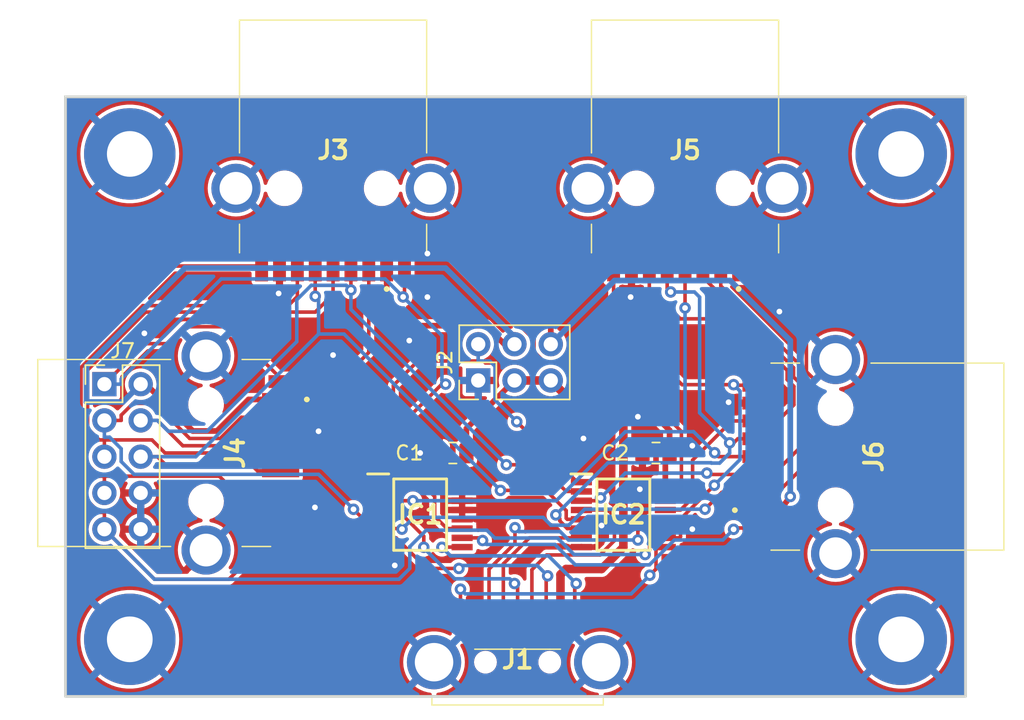
<source format=kicad_pcb>
(kicad_pcb (version 20221018) (generator pcbnew)
  (layers (0 "F.Cu" signal "Front") (31 "B.Cu" signal "Back") (34 "B.Paste" user) (35 "F.Paste" user) (36 "B.SilkS" user "B.Silks") (37 "F.SilkS" user "F.Silks") (38 "B.Mask" user) (39 "F.Mask" user) (44 "Edge.Cuts" user))
  (net 0 "")
  (net 1 "VBUS")
  (net 2 "GND")
  (net 3 "/SEL")
  (net 4 "/S5A")
  (net 5 "/S5B")
  (net 6 "/D5")
  (net 7 "/S6A")
  (net 8 "/S6B")
  (net 9 "/D6")
  (net 10 "/D7")
  (net 11 "/S7B")
  (net 12 "/S7A")
  (net 13 "/S1A")
  (net 14 "/S1B")
  (net 15 "/D1")
  (net 16 "/S2A")
  (net 17 "/S2B")
  (net 18 "/D3")
  (net 19 "/S3B")
  (net 20 "/S3A")
  (net 21 "/D4")
  (net 22 "/S4B")
  (net 23 "/S4A")
  (net 24 "/VBUSA")
  (net 25 "/VBUSB")
  (net 26 "/D2")
  (footprint "Connector_PinHeader_2.54mm:PinHeader_2x03_P2.54mm_Vertical" (layer "F.Cu") (at 199.39 86.868 90)
    (fp_text reference "J2")
    (fp_text value "Conn_02x03_Odd_Even")
  )
  (footprint "Capacitor_SMD:C_0805_2012Metric" (layer "F.Cu") (at 211.836 91.948 180)
    (fp_text reference "C2")
    (fp_text value "C_Polarized")
  )
  (footprint "mouser:692122030100" (layer "F.Cu") (at 213.868 73.406 180)
    (fp_text reference "J5")
    (fp_text value "692122030100" hide)
  )
  (footprint "mouser:692112030100-fixed" (layer "F.Cu") (at 202.148 106.426)
    (fp_text reference "J1")
    (fp_text value "692112030100" hide)
  )
  (footprint "MountingHole:MountingHole_3.2mm_M3_Pad_TopBottom" (layer "F.Cu") (at 175 71)
    (fp_text reference "H1" hide)
    (fp_text value "MountingHole_Pad")
  )
  (footprint "Connector_PinHeader_2.54mm:PinHeader_2x05_P2.54mm_Vertical" (layer "F.Cu") (at 173.223 87.127)
    (fp_text reference "J7")
    (fp_text value "Conn_02x05_Odd_Even")
  )
  (footprint "mouser:SOP65P640X120-16N" (layer "F.Cu") (at 209.55 96.266)
    (fp_text reference "IC2")
    (fp_text value "SN3257QPWRQ1" hide)
  )
  (footprint "mouser:692122030100" (layer "F.Cu") (at 180.34 91.948 -90)
    (fp_text reference "J4")
    (fp_text value "692122030100" hide)
  )
  (footprint "mouser:692122030100" (layer "F.Cu") (at 189.23 73.406 180)
    (fp_text reference "J3")
    (fp_text value "692122030100" hide)
  )
  (footprint "MountingHole:MountingHole_3.2mm_M3_Pad_TopBottom" (layer "F.Cu") (at 229 71)
    (fp_text reference "H4" hide)
    (fp_text value "MountingHole_Pad")
  )
  (footprint "MountingHole:MountingHole_3.2mm_M3_Pad_TopBottom" (layer "F.Cu") (at 175 105)
    (fp_text reference "H2" hide)
    (fp_text value "MountingHole_Pad")
  )
  (footprint "mouser:SOP65P640X120-16N" (layer "F.Cu") (at 195.326 96.266)
    (fp_text reference "IC1")
    (fp_text value "SN3257QPWRQ1" hide)
  )
  (footprint "MountingHole:MountingHole_3.2mm_M3_Pad_TopBottom" (layer "F.Cu") (at 229 105)
    (fp_text reference "H3" hide)
    (fp_text value "MountingHole_Pad")
  )
  (footprint "Capacitor_SMD:C_0805_2012Metric" (layer "F.Cu") (at 197.612 91.948 180)
    (fp_text reference "C1")
    (fp_text value "C_Polarized")
  )
  (footprint "mouser:692122030100" (layer "F.Cu") (at 224.4065 92.202 90)
    (fp_text reference "J6")
    (fp_text value "692122030100" hide)
  )
  (gr_rect (start 170.5 67) (end 233.5 109) (stroke (width 0.2)) (fill none) (layer "Edge.Cuts"))
  (segment (start 198.562 91.948) (end 198.562 90.236) (width 0.4) (layer "F.Cu") (net 1))
  (segment (start 209.55 89.154) (end 208.534 88.138) (width 0.6) (layer "F.Cu") (net 1))
  (segment (start 208.026 100.076) (end 209.55 98.552) (width 0.6) (layer "F.Cu") (net 1))
  (segment (start 212.488 92.246) (end 212.786 91.948) (width 0.4) (layer "F.Cu") (net 1))
  (segment (start 212.488 93.991) (end 212.488 92.246) (width 0.4) (layer "F.Cu") (net 1))
  (segment (start 205.74 88.138) (end 208.534 88.138) (width 0.6) (layer "F.Cu") (net 1))
  (segment (start 198.264 93.991) (end 198.264 92.246) (width 0.4) (layer "F.Cu") (net 1))
  (segment (start 198.562 90.236) (end 201.93 86.868) (width 0.4) (layer "F.Cu") (net 1))
  (segment (start 209.55 98.552) (end 209.55 89.154) (width 0.6) (layer "F.Cu") (net 1))
  (segment (start 205.148 100.4619) (end 205.5339 100.076) (width 0.6) (layer "F.Cu") (net 1))
  (segment (start 205.148 104.151) (end 205.148 100.4619) (width 0.6) (layer "F.Cu") (net 1))
  (segment (start 212.786 91.948) (end 212.786 90.358) (width 0.4) (layer "F.Cu") (net 1))
  (segment (start 204.47 86.868) (end 205.74 88.138) (width 0.6) (layer "F.Cu") (net 1))
  (segment (start 198.264 92.246) (end 198.562 91.948) (width 0.4) (layer "F.Cu") (net 1))
  (segment (start 212.786 90.358) (end 210.566 88.138) (width 0.4) (layer "F.Cu") (net 1))
  (segment (start 204.47 86.868) (end 201.93 86.868) (width 0.6) (layer "F.Cu") (net 1))
  (segment (start 210.566 88.138) (end 208.534 88.138) (width 0.4) (layer "F.Cu") (net 1))
  (segment (start 205.5339 100.076) (end 208.026 100.076) (width 0.6) (layer "F.Cu") (net 1))
  (segment (start 207.7245 98.541) (end 208.026 98.2395) (width 0.4) (layer "F.Cu") (net 2))
  (segment (start 212.488 94.641) (end 212.463 94.616) (width 0.4) (layer "F.Cu") (net 2))
  (segment (start 208.026 98.2395) (end 208.026 97.028) (width 0.4) (layer "F.Cu") (net 2))
  (segment (start 219.1865 88.452) (end 220.0365 88.452) (width 0.4) (layer "F.Cu") (net 2))
  (segment (start 206.612 98.541) (end 207.7245 98.541) (width 0.4) (layer "F.Cu") (net 2))
  (segment (start 206.612 98.541) (end 206.612 98.516) (width 0.4) (layer "F.Cu") (net 2))
  (via (at 210.566 89.408) (size 0.8) (drill 0.4) (layers "F.Cu" "B.Cu") (net 2))
  (via (at 195.834 81.026) (size 0.8) (drill 0.4) (layers "F.Cu" "B.Cu") (net 2))
  (via (at 208.026 97.028) (size 0.8) (drill 0.4) (layers "F.Cu" "B.Cu") (net 2))
  (via (at 193.548 99.822) (size 0.8) (drill 0.4) (layers "F.Cu" "B.Cu") (net 2))
  (via (at 206.756 90.932) (size 0.8) (drill 0.4) (layers "F.Cu" "B.Cu") (net 2))
  (via (at 176.022 83.566) (size 0.8) (drill 0.4) (layers "F.Cu" "B.Cu") (net 2))
  (via (at 214.376 91.44) (size 0.8) (drill 0.4) (layers "F.Cu" "B.Cu") (net 2))
  (via (at 195.326 91.948) (size 0.8) (drill 0.4) (layers "F.Cu" "B.Cu") (net 2))
  (via (at 187.96 95.758) (size 0.8) (drill 0.4) (layers "F.Cu" "B.Cu") (net 2))
  (via (at 185.42 80.772) (size 0.8) (drill 0.4) (layers "F.Cu" "B.Cu") (net 2))
  (via (at 188.214 90.424) (size 0.8) (drill 0.4) (layers "F.Cu" "B.Cu") (net 2))
  (via (at 220.472 82.042) (size 0.8) (drill 0.4) (layers "F.Cu" "B.Cu") (net 2))
  (via (at 214.376 97.282) (size 0.8) (drill 0.4) (layers "F.Cu" "B.Cu") (net 2))
  (via (at 210.058 81.026) (size 0.8) (drill 0.4) (layers "F.Cu" "B.Cu") (net 2))
  (via (at 210.7035 94.488) (size 0.8) (drill 0.4) (layers "F.Cu" "B.Cu") (net 2))
  (via (at 194.564 84.074) (size 0.8) (drill 0.4) (layers "F.Cu" "B.Cu") (net 2))
  (via (at 189.23 85.09) (size 0.8) (drill 0.4) (layers "F.Cu" "B.Cu") (net 2))
  (via (at 195.834 77.978) (size 0.8) (drill 0.4) (layers "F.Cu" "B.Cu") (net 2))
  (via (at 216.916 88.392) (size 0.8) (drill 0.4) (layers "F.Cu" "B.Cu") (net 2))
  (segment (start 199.39 85.5031) (end 195.1669 85.5031) (width 0.25) (layer "F.Cu") (net 3))
  (segment (start 193.4506 93.991) (end 192.388 93.991) (width 0.25) (layer "F.Cu") (net 3))
  (segment (start 206.3219 93.991) (end 206.612 93.991) (width 0.25) (layer "F.Cu") (net 3))
  (segment (start 193.4506 87.2194) (end 193.4506 93.991) (width 0.25) (layer "F.Cu") (net 3))
  (segment (start 199.39 84.328) (end 199.39 85.5031) (width 0.25) (layer "F.Cu") (net 3))
  (segment (start 195.1669 85.5031) (end 193.4506 87.2194) (width 0.25) (layer "F.Cu") (net 3))
  (segment (start 202.08845 89.75755) (end 206.3219 93.991) (width 0.25) (layer "F.Cu") (net 3))
  (via (at 202.08845 89.75755) (size 0.8) (drill 0.4) (layers "F.Cu" "B.Cu") (net 3))
  (segment (start 202.08845 89.75755) (end 200.5651 88.2342) (width 0.25) (layer "B.Cu") (net 3))
  (segment (start 199.39 85.5031) (end 199.39 84.328) (width 0.25) (layer "B.Cu") (net 3))
  (segment (start 200.5651 88.2342) (end 200.5651 85.8703) (width 0.25) (layer "B.Cu") (net 3))
  (segment (start 200.1979 85.5031) (end 199.39 85.5031) (width 0.25) (layer "B.Cu") (net 3))
  (segment (start 200.5651 85.8703) (end 200.1979 85.5031) (width 0.25) (layer "B.Cu") (net 3))
  (segment (start 172.8558 91.0318) (end 173.223 91.0318) (width 0.25) (layer "F.Cu") (net 4))
  (segment (start 172.0478 86.1343) (end 172.0478 90.2238) (width 0.25) (layer "F.Cu") (net 4))
  (segment (start 188.6324 91.948) (end 191.3254 94.641) (width 0.25) (layer "F.Cu") (net 4))
  (segment (start 173.223 92.207) (end 173.223 91.0319) (width 0.25) (layer "F.Cu") (net 4))
  (segment (start 187.9811 82.0783) (end 176.1038 82.0783) (width 0.25) (layer "F.Cu") (net 4))
  (segment (start 189.23 78.851) (end 189.23 80.8294) (width 0.25) (layer "F.Cu") (net 4))
  (segment (start 173.223 91.0319) (end 176.5503 91.0319) (width 0.25) (layer "F.Cu") (net 4))
  (segment (start 192.388 94.641) (end 191.3254 94.641) (width 0.25) (layer "F.Cu") (net 4))
  (segment (start 176.5503 91.0319) (end 177.4664 91.948) (width 0.25) (layer "F.Cu") (net 4))
  (segment (start 172.0478 90.2238) (end 172.8558 91.0318) (width 0.25) (layer "F.Cu") (net 4))
  (segment (start 173.223 91.0318) (end 173.223 91.0319) (width 0.25) (layer "F.Cu") (net 4))
  (segment (start 185.785 91.948) (end 184.3849 91.948) (width 0.25) (layer "F.Cu") (net 4))
  (segment (start 189.23 80.8294) (end 187.9811 82.0783) (width 0.25) (layer "F.Cu") (net 4))
  (segment (start 176.1038 82.0783) (end 172.0478 86.1343) (width 0.25) (layer "F.Cu") (net 4))
  (segment (start 185.785 91.948) (end 188.6324 91.948) (width 0.25) (layer "F.Cu") (net 4))
  (segment (start 177.4664 91.948) (end 184.3849 91.948) (width 0.25) (layer "F.Cu") (net 4))
  (segment (start 194.818 95.291) (end 192.388 95.291) (width 0.25) (layer "F.Cu") (net 5))
  (segment (start 217.5614 92.202) (end 216.2106 92.202) (width 0.25) (layer "F.Cu") (net 5))
  (segment (start 218.9615 92.202) (end 217.5614 92.202) (width 0.25) (layer "F.Cu") (net 5))
  (segment (start 216.2106 92.202) (end 215.9393 91.9307) (width 0.25) (layer "F.Cu") (net 5))
  (segment (start 213.868 81.788) (end 213.868 78.9805) (width 0.25) (layer "F.Cu") (net 5))
  (via (at 213.868 81.788) (size 0.8) (drill 0.4) (layers "F.Cu" "B.Cu") (net 5))
  (via (at 215.9393 91.9307) (size 0.8) (drill 0.4) (layers "F.Cu" "B.Cu") (net 5))
  (via (at 194.818 95.291) (size 0.8) (drill 0.4) (layers "F.Cu" "B.Cu") (net 5))
  (segment (start 204.853 95.291) (end 209.6866 90.4574) (width 0.25) (layer "B.Cu") (net 5))
  (segment (start 194.818 95.291) (end 204.853 95.291) (width 0.25) (layer "B.Cu") (net 5))
  (segment (start 214.466 90.4574) (end 213.868 90.4574) (width 0.25) (layer "B.Cu") (net 5))
  (segment (start 209.6866 90.4574) (end 213.868 90.4574) (width 0.25) (layer "B.Cu") (net 5))
  (segment (start 215.9393 91.9307) (end 214.466 90.4574) (width 0.25) (layer "B.Cu") (net 5))
  (segment (start 213.868 90.4574) (end 213.868 81.788) (width 0.25) (layer "B.Cu") (net 5))
  (segment (start 195.58 97.780695) (end 195.58 98.552) (width 0.25) (layer "F.Cu") (net 6))
  (segment (start 193.740305 95.941) (end 195.58 97.780695) (width 0.25) (layer "F.Cu") (net 6))
  (segment (start 192.388 95.941) (end 193.740305 95.941) (width 0.25) (layer "F.Cu") (net 6))
  (segment (start 202.148 104.151) (end 202.148 101.31) (width 0.25) (layer "F.Cu") (net 6))
  (segment (start 202.148 101.31) (end 201.93 101.092) (width 0.25) (layer "F.Cu") (net 6))
  (via (at 201.93 101.092) (size 0.8) (drill 0.4) (layers "F.Cu" "B.Cu") (net 6))
  (via (at 195.58 98.552) (size 0.8) (drill 0.4) (layers "F.Cu" "B.Cu") (net 6))
  (segment (start 195.58 98.602585) (end 197.737757 100.760342) (width 0.25) (layer "B.Cu") (net 6))
  (segment (start 201.598342 100.760342) (end 201.93 101.092) (width 0.25) (layer "B.Cu") (net 6))
  (segment (start 197.737757 100.760342) (end 201.598342 100.760342) (width 0.25) (layer "B.Cu") (net 6))
  (segment (start 195.58 98.552) (end 195.58 98.602585) (width 0.25) (layer "B.Cu") (net 6))
  (segment (start 174.3981 89.2998) (end 175.2251 88.4728) (width 0.25) (layer "F.Cu") (net 7))
  (segment (start 179.1953 90.932) (end 181.3213 90.932) (width 0.25) (layer "F.Cu") (net 7))
  (segment (start 182.8053 89.448) (end 185.785 89.448) (width 0.25) (layer "F.Cu") (net 7))
  (segment (start 187.1851 89.448) (end 191.73 84.9031) (width 0.25) (layer "F.Cu") (net 7))
  (segment (start 174.3981 89.667) (end 174.3981 89.2998) (width 0.25) (layer "F.Cu") (net 7))
  (segment (start 175.2251 88.4728) (end 176.7361 88.4728) (width 0.25) (layer "F.Cu") (net 7))
  (segment (start 173.223 89.667) (end 174.3981 89.667) (width 0.25) (layer "F.Cu") (net 7))
  (segment (start 191.3254 96.5566) (end 191.3254 96.591) (width 0.25) (layer "F.Cu") (net 7))
  (segment (start 191.73 84.9031) (end 191.73 78.851) (width 0.25) (layer "F.Cu") (net 7))
  (segment (start 190.6598 95.891) (end 191.3254 96.5566) (width 0.25) (layer "F.Cu") (net 7))
  (segment (start 185.785 89.448) (end 187.1851 89.448) (width 0.25) (layer "F.Cu") (net 7))
  (segment (start 176.7361 88.4728) (end 179.1953 90.932) (width 0.25) (layer "F.Cu") (net 7))
  (segment (start 192.388 96.591) (end 191.3254 96.591) (width 0.25) (layer "F.Cu") (net 7))
  (segment (start 181.3213 90.932) (end 182.8053 89.448) (width 0.25) (layer "F.Cu") (net 7))
  (via (at 190.6598 95.891) (size 0.8) (drill 0.4) (layers "F.Cu" "B.Cu") (net 7))
  (segment (start 175.2993 93.4442) (end 188.213 93.4442) (width 0.25) (layer "B.Cu") (net 7))
  (segment (start 173.223 90.8421) (end 173.5903 90.8421) (width 0.25) (layer "B.Cu") (net 7))
  (segment (start 174.3981 92.543) (end 175.2993 93.4442) (width 0.25) (layer "B.Cu") (net 7))
  (segment (start 173.223 89.667) (end 173.223 90.8421) (width 0.25) (layer "B.Cu") (net 7))
  (segment (start 174.3981 91.6499) (end 174.3981 92.543) (width 0.25) (layer "B.Cu") (net 7))
  (segment (start 173.5903 90.8421) (end 174.3981 91.6499) (width 0.25) (layer "B.Cu") (net 7))
  (segment (start 188.213 93.4442) (end 190.6598 95.891) (width 0.25) (layer "B.Cu") (net 7))
  (segment (start 218.9615 94.702) (end 216.448 94.702) (width 0.25) (layer "F.Cu") (net 8))
  (segment (start 222.387002 92.676598) (end 222.387002 86.908845) (width 0.25) (layer "F.Cu") (net 8))
  (segment (start 221.912999 86.434842) (end 221.912999 85.787863) (width 0.25) (layer "F.Cu") (net 8))
  (segment (start 192.388 97.241) (end 193.761 97.241) (width 0.25) (layer "F.Cu") (net 8))
  (segment (start 216.368 80.242864) (end 216.368 78.9805) (width 0.25) (layer "F.Cu") (net 8))
  (segment (start 216.448 94.702) (end 215.265 95.885) (width 0.25) (layer "F.Cu") (net 8))
  (segment (start 222.387002 86.908845) (end 221.912999 86.434842) (width 0.25) (layer "F.Cu") (net 8))
  (segment (start 220.3616 94.702) (end 222.387002 92.676598) (width 0.25) (layer "F.Cu") (net 8))
  (segment (start 218.9615 94.702) (end 220.3616 94.702) (width 0.25) (layer "F.Cu") (net 8))
  (segment (start 221.912999 85.787863) (end 216.368 80.242864) (width 0.25) (layer "F.Cu") (net 8))
  (via (at 215.265 95.885) (size 0.8) (drill 0.4) (layers "F.Cu" "B.Cu") (net 8))
  (via (at 194.056 97.282) (size 0.8) (drill 0.4) (layers "F.Cu" "B.Cu") (net 8))
  (segment (start 205.723584 97.005996) (end 206.84458 95.885) (width 0.25) (layer "B.Cu") (net 8))
  (segment (start 204.478342 97.005996) (end 205.723584 97.005996) (width 0.25) (layer "B.Cu") (net 8))
  (segment (start 206.84458 95.885) (end 215.265 95.885) (width 0.25) (layer "B.Cu") (net 8))
  (segment (start 203.928344 96.455998) (end 204.478342 97.005996) (width 0.25) (layer "B.Cu") (net 8))
  (segment (start 194.882002 96.455998) (end 203.928344 96.455998) (width 0.25) (layer "B.Cu") (net 8))
  (segment (start 194.056 97.282) (end 194.882002 96.455998) (width 0.25) (layer "B.Cu") (net 8))
  (segment (start 192.388 97.891) (end 193.639695 97.891) (width 0.25) (layer "F.Cu") (net 9))
  (segment (start 204.148 100.653609) (end 204.2485 100.553109) (width 0.25) (layer "F.Cu") (net 9))
  (segment (start 204.148 104.151) (end 204.148 100.653609) (width 0.25) (layer "F.Cu") (net 9))
  (segment (start 193.639695 97.891) (end 195.784537 100.035842) (width 0.25) (layer "F.Cu") (net 9))
  (segment (start 195.784537 100.035842) (end 198.037855 100.035842) (width 0.25) (layer "F.Cu") (net 9))
  (via (at 204.2485 100.553109) (size 0.8) (drill 0.4) (layers "F.Cu" "B.Cu") (net 9))
  (via (at 198.037855 100.035842) (size 0.8) (drill 0.4) (layers "F.Cu" "B.Cu") (net 9))
  (segment (start 203.523105 99.827714) (end 204.2485 100.553109) (width 0.25) (layer "B.Cu") (net 9))
  (segment (start 198.245983 99.827714) (end 203.523105 99.827714) (width 0.25) (layer "B.Cu") (net 9))
  (segment (start 198.037855 100.035842) (end 198.245983 99.827714) (width 0.25) (layer "B.Cu") (net 9))
  (segment (start 206.148 101.192) (end 206.248 101.092) (width 0.254) (layer "F.Cu") (net 10))
  (segment (start 196.861 98.541) (end 196.85 98.552) (width 0.254) (layer "F.Cu") (net 10))
  (segment (start 198.264 98.541) (end 196.861 98.541) (width 0.254) (layer "F.Cu") (net 10))
  (segment (start 206.148 104.151) (end 206.148 101.192) (width 0.254) (layer "F.Cu") (net 10))
  (via (at 206.248 101.092) (size 0.8) (drill 0.4) (layers "F.Cu" "B.Cu") (net 10))
  (via (at 196.85 98.552) (size 0.8) (drill 0.4) (layers "F.Cu" "B.Cu") (net 10))
  (segment (start 197.451013 99.153013) (end 204.309013 99.153013) (width 0.254) (layer "B.Cu") (net 10))
  (segment (start 196.85 98.552) (end 197.451013 99.153013) (width 0.254) (layer "B.Cu") (net 10))
  (segment (start 204.309013 99.153013) (end 206.248 101.092) (width 0.254) (layer "B.Cu") (net 10))
  (segment (start 218.9615 97.202) (end 220.3616 97.202) (width 0.25) (layer "F.Cu") (net 11))
  (segment (start 220.3616 97.202) (end 222.836503 94.727097) (width 0.25) (layer "F.Cu") (net 11))
  (segment (start 222.836503 94.727097) (end 222.836503 86.722656) (width 0.25) (layer "F.Cu") (net 11))
  (segment (start 199.507305 97.891) (end 199.695803 98.079498) (width 0.25) (layer "F.Cu") (net 11))
  (segment (start 222.3625 82.475) (end 218.868 78.9805) (width 0.25) (layer "F.Cu") (net 11))
  (segment (start 217.3575 97.202) (end 218.9615 97.202) (width 0.25) (layer "F.Cu") (net 11))
  (segment (start 217.2659 97.2936) (end 217.3575 97.202) (width 0.25) (layer "F.Cu") (net 11))
  (segment (start 222.3625 86.248653) (end 222.3625 82.475) (width 0.25) (layer "F.Cu") (net 11))
  (segment (start 222.836503 86.722656) (end 222.3625 86.248653) (width 0.25) (layer "F.Cu") (net 11))
  (segment (start 198.264 97.891) (end 199.507305 97.891) (width 0.25) (layer "F.Cu") (net 11))
  (via (at 199.695803 98.079498) (size 0.8) (drill 0.4) (layers "F.Cu" "B.Cu") (net 11))
  (via (at 217.2659 97.2936) (size 0.8) (drill 0.4) (layers "F.Cu" "B.Cu") (net 11))
  (segment (start 213.114598 98.044) (end 211.374098 99.7845) (width 0.25) (layer "B.Cu") (net 11))
  (segment (start 204.757424 98.354499) (end 199.970804 98.354499) (width 0.25) (layer "B.Cu") (net 11))
  (segment (start 216.5155 98.044) (end 213.114598 98.044) (width 0.25) (layer "B.Cu") (net 11))
  (segment (start 199.970804 98.354499) (end 199.695803 98.079498) (width 0.25) (layer "B.Cu") (net 11))
  (segment (start 211.374098 99.7845) (end 206.187425 99.7845) (width 0.25) (layer "B.Cu") (net 11))
  (segment (start 206.187425 99.7845) (end 204.757424 98.354499) (width 0.25) (layer "B.Cu") (net 11))
  (segment (start 217.2659 97.2936) (end 216.5155 98.044) (width 0.25) (layer "B.Cu") (net 11))
  (segment (start 178.77 83.104) (end 177.583 84.291) (width 0.25) (layer "F.Cu") (net 12))
  (segment (start 185.785 86.948) (end 181.941 83.104) (width 0.25) (layer "F.Cu") (net 12))
  (segment (start 197.2014 97.241) (end 198.264 97.241) (width 0.25) (layer "F.Cu") (net 12))
  (segment (start 177.583 84.291) (end 176.059 84.291) (width 0.25) (layer "F.Cu") (net 12))
  (segment (start 181.941 83.104) (end 178.77 83.104) (width 0.25) (layer "F.Cu") (net 12))
  (segment (start 196.845701 87.126299) (end 194.601 89.371) (width 0.25) (layer "F.Cu") (net 12))
  (segment (start 194.1334 81.0164) (end 194.23 80.9198) (width 0.25) (layer "F.Cu") (net 12))
  (segment (start 176.059 84.291) (end 173.223 87.127) (width 0.25) (layer "F.Cu") (net 12))
  (segment (start 196.342 96.3816) (end 197.2014 97.241) (width 0.25) (layer "F.Cu") (net 12))
  (segment (start 197.108299 87.126299) (end 196.845701 87.126299) (width 0.25) (layer "F.Cu") (net 12))
  (segment (start 194.23 80.9198) (end 194.23 78.851) (width 0.25) (layer "F.Cu") (net 12))
  (segment (start 196.342 94.996) (end 196.342 96.3816) (width 0.25) (layer "F.Cu") (net 12))
  (segment (start 194.601 89.371) (end 194.601 93.255) (width 0.25) (layer "F.Cu") (net 12))
  (segment (start 194.601 93.255) (end 196.342 94.996) (width 0.25) (layer "F.Cu") (net 12))
  (via (at 194.1334 81.0164) (size 0.8) (drill 0.4) (layers "F.Cu" "B.Cu") (net 12))
  (via (at 197.108299 87.126299) (size 0.8) (drill 0.4) (layers "F.Cu" "B.Cu") (net 12))
  (segment (start 181.4029 79.755) (end 174.3981 86.7598) (width 0.25) (layer "B.Cu") (net 12))
  (segment (start 197.108299 87.126299) (end 196.85 86.868) (width 0.25) (layer "B.Cu") (net 12))
  (segment (start 196.85 83.733) (end 194.1334 81.0164) (width 0.25) (layer "B.Cu") (net 12))
  (segment (start 173.223 87.127) (end 174.3981 87.127) (width 0.25) (layer "B.Cu") (net 12))
  (segment (start 194.1334 81.0164) (end 192.872 79.755) (width 0.25) (layer "B.Cu") (net 12))
  (segment (start 174.3981 86.7598) (end 174.3981 87.127) (width 0.25) (layer "B.Cu") (net 12))
  (segment (start 192.872 79.755) (end 181.4029 79.755) (width 0.25) (layer "B.Cu") (net 12))
  (segment (start 196.85 86.868) (end 196.85 83.733) (width 0.25) (layer "B.Cu") (net 12))
  (segment (start 190.48 80.5322) (end 190.48 78.626) (width 0.25) (layer "F.Cu") (net 13))
  (segment (start 175.763 89.667) (end 176.9381 89.667) (width 0.25) (layer "F.Cu") (net 13))
  (segment (start 201.36025 92.77175) (end 203.68015 92.77175) (width 0.25) (layer "F.Cu") (net 13))
  (segment (start 205.5494 94.641) (end 206.612 94.641) (width 0.25) (layer "F.Cu") (net 13))
  (segment (start 183.9349 90.698) (end 185.56 90.698) (width 0.25) (layer "F.Cu") (net 13))
  (segment (start 203.68015 92.77175) (end 205.5494 94.641) (width 0.25) (layer "F.Cu") (net 13))
  (segment (start 176.9381 89.667) (end 178.7111 91.44) (width 0.25) (layer "F.Cu") (net 13))
  (segment (start 178.7111 91.44) (end 183.1929 91.44) (width 0.25) (layer "F.Cu") (net 13))
  (segment (start 183.1929 91.44) (end 183.9349 90.698) (width 0.25) (layer "F.Cu") (net 13))
  (via (at 201.36025 92.77175) (size 0.8) (drill 0.4) (layers "F.Cu" "B.Cu") (net 13))
  (via (at 190.48 80.5322) (size 0.8) (drill 0.4) (layers "F.Cu" "B.Cu") (net 13))
  (segment (start 186.6872 81.2201) (end 187.7022 80.2051) (width 0.25) (layer "B.Cu") (net 13))
  (segment (start 186.6872 81.716) (end 186.6872 81.2201) (width 0.25) (layer "B.Cu") (net 13))
  (segment (start 177.6951 90.424) (end 180.408544 90.424) (width 0.25) (layer "B.Cu") (net 13))
  (segment (start 186.69 81.7188) (end 186.6872 81.716) (width 0.25) (layer "B.Cu") (net 13))
  (segment (start 176.9381 89.667) (end 177.6951 90.424) (width 0.25) (layer "B.Cu") (net 13))
  (segment (start 201.36025 92.77175) (end 190.48 81.8915) (width 0.25) (layer "B.Cu") (net 13))
  (segment (start 175.763 89.667) (end 176.9381 89.667) (width 0.25) (layer "B.Cu") (net 13))
  (segment (start 187.7022 80.2051) (end 190.1529 80.2051) (width 0.25) (layer "B.Cu") (net 13))
  (segment (start 190.48 81.8915) (end 190.48 80.5322) (width 0.25) (layer "B.Cu") (net 13))
  (segment (start 180.408544 90.424) (end 186.69 84.142544) (width 0.25) (layer "B.Cu") (net 13))
  (segment (start 186.69 84.142544) (end 186.69 81.7188) (width 0.25) (layer "B.Cu") (net 13))
  (segment (start 190.1529 80.2051) (end 190.48 80.5322) (width 0.25) (layer "B.Cu") (net 13))
  (segment (start 206.612 95.291) (end 207.7539 95.291) (width 0.25) (layer "F.Cu") (net 14))
  (segment (start 221.937501 87.095034) (end 221.937501 91.550999) (width 0.25) (layer "F.Cu") (net 14))
  (segment (start 220.0365 93.452) (end 219.1865 93.452) (width 0.25) (layer "F.Cu") (net 14))
  (segment (start 221.463498 85.974052) (end 221.463498 86.621031) (width 0.25) (layer "F.Cu") (net 14))
  (segment (start 215.118 78.7555) (end 215.118 79.628554) (width 0.25) (layer "F.Cu") (net 14))
  (segment (start 219.1865 93.452) (end 215.488302 93.452) (width 0.25) (layer "F.Cu") (net 14))
  (segment (start 221.937501 91.550999) (end 220.0365 93.452) (width 0.25) (layer "F.Cu") (net 14))
  (segment (start 215.488302 93.452) (end 215.392948 93.356646) (width 0.25) (layer "F.Cu") (net 14))
  (segment (start 207.7539 95.291) (end 207.9547 95.0902) (width 0.25) (layer "F.Cu") (net 14))
  (segment (start 221.463498 86.621031) (end 221.937501 87.095034) (width 0.25) (layer "F.Cu") (net 14))
  (segment (start 215.118 79.628554) (end 221.463498 85.974052) (width 0.25) (layer "F.Cu") (net 14))
  (via (at 207.9547 95.0902) (size 0.8) (drill 0.4) (layers "F.Cu" "B.Cu") (net 14))
  (via (at 215.392948 93.356646) (size 0.8) (drill 0.4) (layers "F.Cu" "B.Cu") (net 14))
  (segment (start 207.9547 95.0902) (end 209.688254 93.356646) (width 0.25) (layer "B.Cu") (net 14))
  (segment (start 209.688254 93.356646) (end 215.392948 93.356646) (width 0.25) (layer "B.Cu") (net 14))
  (segment (start 203.148 100.128) (end 204.1851 99.0909) (width 0.25) (layer "F.Cu") (net 15))
  (segment (start 208.925499 96.403499) (end 208.463 95.941) (width 0.25) (layer "F.Cu") (net 15))
  (segment (start 208.925499 98.081757) (end 208.925499 96.403499) (width 0.25) (layer "F.Cu") (net 15))
  (segment (start 203.148 104.151) (end 203.148 100.128) (width 0.25) (layer "F.Cu") (net 15))
  (segment (start 207.916356 99.0909) (end 208.925499 98.081757) (width 0.25) (layer "F.Cu") (net 15))
  (segment (start 208.463 95.941) (end 206.612 95.941) (width 0.25) (layer "F.Cu") (net 15))
  (segment (start 204.1851 99.0909) (end 207.916356 99.0909) (width 0.25) (layer "F.Cu") (net 15))
  (segment (start 204.134602 94.5665) (end 200.947546 94.5665) (width 0.25) (layer "F.Cu") (net 16))
  (segment (start 205.6245 96.591) (end 205.5495 96.516) (width 0.25) (layer "F.Cu") (net 16))
  (segment (start 175.763 92.207) (end 176.9381 92.207) (width 0.25) (layer "F.Cu") (net 16))
  (segment (start 205.5495 95.981398) (end 204.134602 94.5665) (width 0.25) (layer "F.Cu") (net 16))
  (segment (start 206.612 96.591) (end 205.6245 96.591) (width 0.25) (layer "F.Cu") (net 16))
  (segment (start 185.56 93.198) (end 183.9349 93.198) (width 0.25) (layer "F.Cu") (net 16))
  (segment (start 177.4543 92.7232) (end 183.4601 92.7232) (width 0.25) (layer "F.Cu") (net 16))
  (segment (start 205.5495 96.516) (end 205.5495 95.981398) (width 0.25) (layer "F.Cu") (net 16))
  (segment (start 183.4601 92.7232) (end 183.9349 93.198) (width 0.25) (layer "F.Cu") (net 16))
  (segment (start 176.9381 92.207) (end 177.4543 92.7232) (width 0.25) (layer "F.Cu") (net 16))
  (segment (start 187.98 78.626) (end 187.98 80.971) (width 0.25) (layer "F.Cu") (net 16))
  (via (at 200.947546 94.5665) (size 0.8) (drill 0.4) (layers "F.Cu" "B.Cu") (net 16))
  (via (at 187.98 80.971) (size 0.8) (drill 0.4) (layers "F.Cu" "B.Cu") (net 16))
  (segment (start 175.763 92.207) (end 179.6224 92.207) (width 0.25) (layer "B.Cu") (net 16))
  (segment (start 188.2154 83.614) (end 188.2154 81.2064) (width 0.25) (layer "B.Cu") (net 16))
  (segment (start 188.2154 81.2064) (end 187.98 80.971) (width 0.25) (layer "B.Cu") (net 16))
  (segment (start 189.995046 83.614) (end 200.947546 94.5665) (width 0.25) (layer "B.Cu") (net 16))
  (segment (start 179.6224 92.207) (end 188.2154 83.614) (width 0.25) (layer "B.Cu") (net 16))
  (segment (start 188.2154 83.614) (end 189.995046 83.614) (width 0.25) (layer "B.Cu") (net 16))
  (segment (start 206.612 97.241) (end 205.6245 97.241) (width 0.25) (layer "F.Cu") (net 17))
  (segment (start 205.6245 97.241) (end 205.438311 97.054811) (width 0.25) (layer "F.Cu") (net 17))
  (segment (start 217.2785 91.2349) (end 217.5614 90.952) (width 0.25) (layer "F.Cu") (net 17))
  (segment (start 216.9887 91.2349) (end 217.2785 91.2349) (width 0.25) (layer "F.Cu") (net 17))
  (segment (start 219.1865 90.952) (end 217.5614 90.952) (width 0.25) (layer "F.Cu") (net 17))
  (segment (start 205.438311 97.040501) (end 205.115542 96.717732) (width 0.25) (layer "F.Cu") (net 17))
  (segment (start 205.099999 96.677189) (end 205.099999 96.556495) (width 0.25) (layer "F.Cu") (net 17))
  (segment (start 205.115542 96.717732) (end 205.115542 96.692732) (width 0.25) (layer "F.Cu") (net 17))
  (segment (start 212.618 78.7555) (end 212.618 80.4249) (width 0.25) (layer "F.Cu") (net 17))
  (segment (start 212.618 80.4249) (end 212.8614 80.6683) (width 0.25) (layer "F.Cu") (net 17))
  (segment (start 205.099999 96.556495) (end 204.825 96.281496) (width 0.25) (layer "F.Cu") (net 17))
  (segment (start 205.115542 96.692732) (end 205.099999 96.677189) (width 0.25) (layer "F.Cu") (net 17))
  (segment (start 205.438311 97.054811) (end 205.438311 97.040501) (width 0.25) (layer "F.Cu") (net 17))
  (via (at 204.825 96.281496) (size 0.8) (drill 0.4) (layers "F.Cu" "B.Cu") (net 17))
  (via (at 216.9887 91.2349) (size 0.8) (drill 0.4) (layers "F.Cu" "B.Cu") (net 17))
  (via (at 212.8614 80.6683) (size 0.8) (drill 0.4) (layers "F.Cu" "B.Cu") (net 17))
  (segment (start 214.8882 81.0302) (end 214.5263 80.6683) (width 0.25) (layer "B.Cu") (net 17))
  (segment (start 214.8882 89.1344) (end 214.8882 81.0302) (width 0.25) (layer "B.Cu") (net 17))
  (segment (start 216.9887 91.2349) (end 214.8882 89.1344) (width 0.25) (layer "B.Cu") (net 17))
  (segment (start 216.2871 92.656) (end 215.7169 92.656) (width 0.25) (layer "B.Cu") (net 17))
  (segment (start 208.47435 92.632146) (end 204.825 96.281496) (width 0.25) (layer "B.Cu") (net 17))
  (segment (start 216.9887 91.9544) (end 216.2871 92.656) (width 0.25) (layer "B.Cu") (net 17))
  (segment (start 214.5263 80.6683) (end 212.8614 80.6683) (width 0.25) (layer "B.Cu") (net 17))
  (segment (start 216.9887 91.2349) (end 216.9887 91.9544) (width 0.25) (layer "B.Cu") (net 17))
  (segment (start 215.7169 92.656) (end 215.693046 92.632146) (width 0.25) (layer "B.Cu") (net 17))
  (segment (start 215.693046 92.632146) (end 208.47435 92.632146) (width 0.25) (layer "B.Cu") (net 17))
  (segment (start 211.836 100.074408) (end 211.401943 100.508465) (width 0.25) (layer "F.Cu") (net 18))
  (segment (start 211.836 98.552) (end 211.836 100.074408) (width 0.25) (layer "F.Cu") (net 18))
  (segment (start 198.148 104.151) (end 198.148 101.484842) (width 0.25) (layer "F.Cu") (net 18))
  (via (at 198.148 101.484842) (size 0.8) (drill 0.4) (layers "F.Cu" "B.Cu") (net 18))
  (via (at 211.401943 100.508465) (size 0.8) (drill 0.4) (layers "F.Cu" "B.Cu") (net 18))
  (segment (start 198.148 101.484842) (end 198.479658 101.8165) (width 0.25) (layer "B.Cu") (net 18))
  (segment (start 210.093908 101.8165) (end 211.401943 100.508465) (width 0.25) (layer "B.Cu") (net 18))
  (segment (start 198.479658 101.8165) (end 210.093908 101.8165) (width 0.25) (layer "B.Cu") (net 18))
  (segment (start 217.5226 87.1632) (end 217.5614 87.202) (width 0.25) (layer "F.Cu") (net 19))
  (segment (start 213.5506 96.574802) (end 215.918707 94.206695) (width 0.25) (layer "F.Cu") (net 19))
  (segment (start 208.868 78.9805) (end 208.868 82.376) (width 0.25) (layer "F.Cu") (net 19))
  (segment (start 217.2673 87.1632) (end 217.5226 87.1632) (width 0.25) (layer "F.Cu") (net 19))
  (segment (start 213.5506 97.8159) (end 213.5506 96.574802) (width 0.25) (layer "F.Cu") (net 19))
  (segment (start 208.868 82.376) (end 213.6552 87.1632) (width 0.25) (layer "F.Cu") (net 19))
  (segment (start 218.9615 87.202) (end 217.5614 87.202) (width 0.25) (layer "F.Cu") (net 19))
  (segment (start 213.4755 97.891) (end 213.5506 97.8159) (width 0.25) (layer "F.Cu") (net 19))
  (segment (start 212.488 97.891) (end 213.4755 97.891) (width 0.25) (layer "F.Cu") (net 19))
  (segment (start 213.6552 87.1632) (end 217.2673 87.1632) (width 0.25) (layer "F.Cu") (net 19))
  (via (at 215.918707 94.206695) (size 0.8) (drill 0.4) (layers "F.Cu" "B.Cu") (net 19))
  (via (at 217.2673 87.1632) (size 0.8) (drill 0.4) (layers "F.Cu" "B.Cu") (net 19))
  (segment (start 217.2673 87.1632) (end 217.7139 87.6098) (width 0.25) (layer "B.Cu") (net 19))
  (segment (start 217.7139 87.6098) (end 217.7139 92.411502) (width 0.25) (layer "B.Cu") (net 19))
  (segment (start 217.7139 92.411502) (end 215.918707 94.206695) (width 0.25) (layer "B.Cu") (net 19))
  (segment (start 171.1159 85.6904) (end 171.1159 94.3631) (width 0.25) (layer "F.Cu") (net 20))
  (segment (start 171.1159 94.3631) (end 172.8646 96.1118) (width 0.25) (layer "F.Cu") (net 20))
  (segment (start 211.386499 97.355001) (end 211.386499 98.747501) (width 0.25) (layer "F.Cu") (net 20))
  (segment (start 181.941 100.792) (end 185.785 96.948) (width 0.25) (layer "F.Cu") (net 20))
  (segment (start 211.386499 98.747501) (end 211.074 99.06) (width 0.25) (layer "F.Cu") (net 20))
  (segment (start 211.5005 97.241) (end 211.386499 97.355001) (width 0.25) (layer "F.Cu") (net 20))
  (segment (start 184.23 78.851) (end 177.9553 78.851) (width 0.25) (layer "F.Cu") (net 20))
  (segment (start 176.728 100.792) (end 181.941 100.792) (width 0.25) (layer "F.Cu") (net 20))
  (segment (start 177.9553 78.851) (end 171.1159 85.6904) (width 0.25) (layer "F.Cu") (net 20))
  (segment (start 212.488 97.241) (end 211.5005 97.241) (width 0.25) (layer "F.Cu") (net 20))
  (segment (start 173.223 97.287) (end 176.728 100.792) (width 0.25) (layer "F.Cu") (net 20))
  (segment (start 172.8646 96.1118) (end 173.223 96.1118) (width 0.25) (layer "F.Cu") (net 20))
  (segment (start 173.223 96.1118) (end 173.223 96.1119) (width 0.25) (layer "F.Cu") (net 20))
  (segment (start 173.223 97.287) (end 173.223 96.1119) (width 0.25) (layer "F.Cu") (net 20))
  (via (at 211.074 99.06) (size 0.8) (drill 0.4) (layers "F.Cu" "B.Cu") (net 20))
  (segment (start 204.943613 97.904998) (end 206.098615 99.06) (width 0.25) (layer "B.Cu") (net 20))
  (segment (start 194.6015 98.505902) (end 195.752404 97.354998) (width 0.25) (layer "B.Cu") (net 20))
  (segment (start 200.545899 97.904998) (end 204.943613 97.904998) (width 0.25) (layer "B.Cu") (net 20))
  (segment (start 194.6015 100.029902) (end 194.6015 98.505902) (width 0.25) (layer "B.Cu") (net 20))
  (segment (start 173.223 97.287) (end 176.7281 100.7921) (width 0.25) (layer "B.Cu") (net 20))
  (segment (start 199.995901 97.354998) (end 200.545899 97.904998) (width 0.25) (layer "B.Cu") (net 20))
  (segment (start 195.752404 97.354998) (end 199.995901 97.354998) (width 0.25) (layer "B.Cu") (net 20))
  (segment (start 193.839302 100.7921) (end 194.6015 100.029902) (width 0.25) (layer "B.Cu") (net 20))
  (segment (start 206.098615 99.06) (end 211.074 99.06) (width 0.25) (layer "B.Cu") (net 20))
  (segment (start 176.7281 100.7921) (end 193.839302 100.7921) (width 0.25) (layer "B.Cu") (net 20))
  (segment (start 200.148 104.151) (end 200.148 100.08) (width 0.25) (layer "F.Cu") (net 21))
  (segment (start 201.963123 98.264877) (end 201.963123 97.180498) (width 0.25) (layer "F.Cu") (net 21))
  (segment (start 211.375705 96.591) (end 210.566 97.400705) (width 0.25) (layer "F.Cu") (net 21))
  (segment (start 212.488 96.591) (end 211.375705 96.591) (width 0.25) (layer "F.Cu") (net 21))
  (segment (start 210.566 97.400705) (end 210.566 98.044) (width 0.25) (layer "F.Cu") (net 21))
  (segment (start 200.148 100.08) (end 201.963123 98.264877) (width 0.25) (layer "F.Cu") (net 21))
  (via (at 210.566 98.044) (size 0.8) (drill 0.4) (layers "F.Cu" "B.Cu") (net 21))
  (via (at 201.963123 97.180498) (size 0.8) (drill 0.4) (layers "F.Cu" "B.Cu") (net 21))
  (segment (start 205.129802 97.455497) (end 205.718305 98.044) (width 0.25) (layer "B.Cu") (net 21))
  (segment (start 201.963123 97.180498) (end 202.238122 97.455497) (width 0.25) (layer "B.Cu") (net 21))
  (segment (start 205.718305 98.044) (end 210.566 98.044) (width 0.25) (layer "B.Cu") (net 21))
  (segment (start 202.238122 97.455497) (end 205.129802 97.455497) (width 0.25) (layer "B.Cu") (net 21))
  (segment (start 213.548712 95.941) (end 214.397713 95.091999) (width 0.25) (layer "F.Cu") (net 22))
  (segment (start 221.013997 86.160241) (end 217.403756 82.55) (width 0.25) (layer "F.Cu") (net 22))
  (segment (start 212.488 95.941) (end 213.548712 95.941) (width 0.25) (layer "F.Cu") (net 22))
  (segment (start 221.488 88.5756) (end 221.488 87.281223) (width 0.25) (layer "F.Cu") (net 22))
  (segment (start 221.488 87.281223) (end 221.013997 86.80722) (width 0.25) (layer "F.Cu") (net 22))
  (segment (start 218.9615 89.702) (end 220.3616 89.702) (width 0.25) (layer "F.Cu") (net 22))
  (segment (start 211.368 80.3806) (end 211.368 78.9805) (width 0.25) (layer "F.Cu") (net 22))
  (segment (start 217.403756 82.55) (end 213.5374 82.55) (width 0.25) (layer "F.Cu") (net 22))
  (segment (start 220.3616 89.702) (end 221.488 88.5756) (width 0.25) (layer "F.Cu") (net 22))
  (segment (start 213.5374 82.55) (end 211.368 80.3806) (width 0.25) (layer "F.Cu") (net 22))
  (segment (start 221.013997 86.80722) (end 221.013997 86.160241) (width 0.25) (layer "F.Cu") (net 22))
  (segment (start 214.397713 95.091999) (end 214.397713 92.446887) (width 0.25) (layer "F.Cu") (net 22))
  (segment (start 217.1426 89.702) (end 218.9615 89.702) (width 0.25) (layer "F.Cu") (net 22))
  (segment (start 214.397713 92.446887) (end 217.1426 89.702) (width 0.25) (layer "F.Cu") (net 22))
  (segment (start 213.6134 90.443644) (end 208.767756 85.598) (width 0.25) (layer "F.Cu") (net 23))
  (segment (start 203.2948 84.0091) (end 196.2819 76.9962) (width 0.25) (layer "F.Cu") (net 23))
  (segment (start 204.0391 85.598) (end 203.2948 84.8537) (width 0.25) (layer "F.Cu") (net 23))
  (segment (start 181.2639 93.5719) (end 182.14 94.448) (width 0.25) (layer "F.Cu") (net 23))
  (segment (start 212.488 95.291) (end 213.5506 95.291) (width 0.25) (layer "F.Cu") (net 23))
  (segment (start 171.5884 85.9515) (end 175.9116 81.6283) (width 0.25) (layer "F.Cu") (net 23))
  (segment (start 203.2948 84.8537) (end 203.2948 84.0091) (width 0.25) (layer "F.Cu") (net 23))
  (segment (start 173.223 93.6844) (end 173.223 93.5719) (width 0.25) (layer "F.Cu") (net 23))
  (segment (start 187.1847 76.9962) (end 186.73 77.4509) (width 0.25) (layer "F.Cu") (net 23))
  (segment (start 213.5506 95.291) (end 213.6134 95.2282) (width 0.25) (layer "F.Cu") (net 23))
  (segment (start 173.223 93.5719) (end 181.2639 93.5719) (width 0.25) (layer "F.Cu") (net 23))
  (segment (start 186.73 77.4509) (end 186.73 78.851) (width 0.25) (layer "F.Cu") (net 23))
  (segment (start 208.767756 85.598) (end 204.0391 85.598) (width 0.25) (layer "F.Cu") (net 23))
  (segment (start 173.223 93.5719) (end 172.8558 93.5719) (width 0.25) (layer "F.Cu") (net 23))
  (segment (start 173.223 94.747) (end 173.223 93.6844) (width 0.25) (layer "F.Cu") (net 23))
  (segment (start 196.2819 76.9962) (end 187.1847 76.9962) (width 0.25) (layer "F.Cu") (net 23))
  (segment (start 171.5884 92.3045) (end 171.5884 85.9515) (width 0.25) (layer "F.Cu") (net 23))
  (segment (start 182.14 94.448) (end 185.785 94.448) (width 0.25) (layer "F.Cu") (net 23))
  (segment (start 175.9116 81.6283) (end 186.0877 81.6283) (width 0.25) (layer "F.Cu") (net 23))
  (segment (start 186.73 80.986) (end 186.73 78.851) (width 0.25) (layer "F.Cu") (net 23))
  (segment (start 172.8558 93.5719) (end 171.5884 92.3045) (width 0.25) (layer "F.Cu") (net 23))
  (segment (start 186.0877 81.6283) (end 186.73 80.986) (width 0.25) (layer "F.Cu") (net 23))
  (segment (start 213.6134 95.2282) (end 213.6134 90.443644) (width 0.25) (layer "F.Cu") (net 23))
  (segment (start 175.763 87.127) (end 176.132762 87.127) (width 0.4) (layer "F.Cu") (net 24))
  (segment (start 201.2269 84.328) (end 199.9289 83.03) (width 0.4) (layer "F.Cu") (net 24))
  (segment (start 199.9289 83.03) (end 194.942 83.03) (width 0.4) (layer "F.Cu") (net 24))
  (segment (start 183.312838 88.198) (end 185.56 88.198) (width 0.4) (layer "F.Cu") (net 24))
  (segment (start 176.132762 87.127) (end 179.412762 90.407) (width 0.4) (layer "F.Cu") (net 24))
  (segment (start 201.93 84.328) (end 201.2269 84.328) (width 0.4) (layer "F.Cu") (net 24))
  (segment (start 192.98 81.068) (end 192.98 78.626) (width 0.4) (layer "F.Cu") (net 24))
  (segment (start 194.942 83.03) (end 192.98 81.068) (width 0.4) (layer "F.Cu") (net 24))
  (segment (start 181.103838 90.407) (end 183.312838 88.198) (width 0.4) (layer "F.Cu") (net 24))
  (segment (start 179.412762 90.407) (end 181.103838 90.407) (width 0.4) (layer "F.Cu") (net 24))
  (segment (start 178.856 78.994) (end 171.973 85.877) (width 0.4) (layer "B.Cu") (net 24))
  (segment (start 201.93 83.82) (end 197.104 78.994) (width 0.4) (layer "B.Cu") (net 24))
  (segment (start 174.513 88.377) (end 175.763 87.127) (width 0.4) (layer "B.Cu") (net 24))
  (segment (start 171.973 88.377) (end 174.513 88.377) (width 0.4) (layer "B.Cu") (net 24))
  (segment (start 197.104 78.994) (end 178.856 78.994) (width 0.4) (layer "B.Cu") (net 24))
  (segment (start 171.973 85.877) (end 171.973 88.377) (width 0.4) (layer "B.Cu") (net 24))
  (segment (start 201.93 84.328) (end 201.93 83.82) (width 0.4) (layer "B.Cu") (net 24))
  (segment (start 219.1865 95.952) (end 220.532 95.952) (width 0.4) (layer "F.Cu") (net 25))
  (segment (start 217.618 77.9054) (end 217.618 78.7555) (width 0.4) (layer "F.Cu") (net 25))
  (segment (start 220.532 95.952) (end 221.234 94.996) (width 0.4) (layer "F.Cu") (net 25))
  (segment (start 216.5086 75.946) (end 208.53235 75.946) (width 0.4) (layer "F.Cu") (net 25))
  (segment (start 204.47 80.00835) (end 204.47 84.328) (width 0.4) (layer "F.Cu") (net 25))
  (segment (start 217.618 77.9054) (end 217.618 77.0554) (width 0.4) (layer "F.Cu") (net 25))
  (segment (start 217.618 77.0554) (end 216.5086 75.946) (width 0.4) (layer "F.Cu") (net 25))
  (segment (start 208.53235 75.946) (end 204.47 80.00835) (width 0.4) (layer "F.Cu") (net 25))
  (via (at 221.234 94.996) (size 0.8) (drill 0.4) (layers "F.Cu" "B.Cu") (net 25))
  (segment (start 208.9297 79.8683) (end 204.47 84.328) (width 0.4) (layer "B.Cu") (net 25))
  (segment (start 221.234 84.074) (end 217.0283 79.8683) (width 0.4) (layer "B.Cu") (net 25))
  (segment (start 217.0283 79.8683) (end 208.9297 79.8683) (width 0.4) (layer "B.Cu") (net 25))
  (segment (start 221.234 94.996) (end 221.234 84.074) (width 0.4) (layer "B.Cu") (net 25))
  (segment (start 201.148 99.71569) (end 202.97269 97.891) (width 0.25) (layer "F.Cu") (net 26))
  (segment (start 202.97269 97.891) (end 206.612 97.891) (width 0.25) (layer "F.Cu") (net 26))
  (segment (start 201.148 104.151) (end 201.148 99.71569) (width 0.25) (layer "F.Cu") (net 26))
  (zone (net 2) (net_name "GND") (layer "F.Cu") (connect_pads (clearance 0.254)) (min_thickness 0.254) (fill yes (thermal_gap 0.254) (thermal_bridge_width 0.508) (island_removal_mode 2) (island_area_min 10))
    (polygon (pts (xy 170.18 66.802) (xy 233.934 66.802) (xy 233.934 109.22) (xy 170.18 109.22)))
  )
  (zone (net 2) (net_name "GND") (layer "B.Cu") (connect_pads (clearance 0.254)) (min_thickness 0.254) (fill yes (thermal_gap 0.508) (thermal_bridge_width 0.508) (island_removal_mode 2) (island_area_min 10))
    (polygon (pts (xy 170.18 66.802) (xy 233.934 66.802) (xy 233.934 109.22) (xy 170.18 109.22)))
  )
)
</source>
